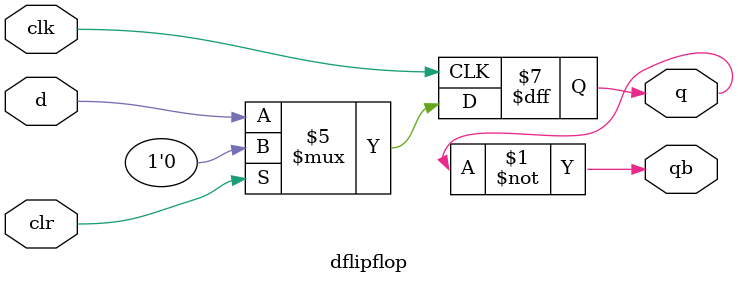
<source format=v>
module dflipflop(d,clk,clr,q, qb);
input d,clk,clr;
output reg q;
output qb;
assign qb = ~q;
always@(posedge clk)
begin
if(clr==1)
 q=0;
else
 q=d;
end
endmodule
</source>
